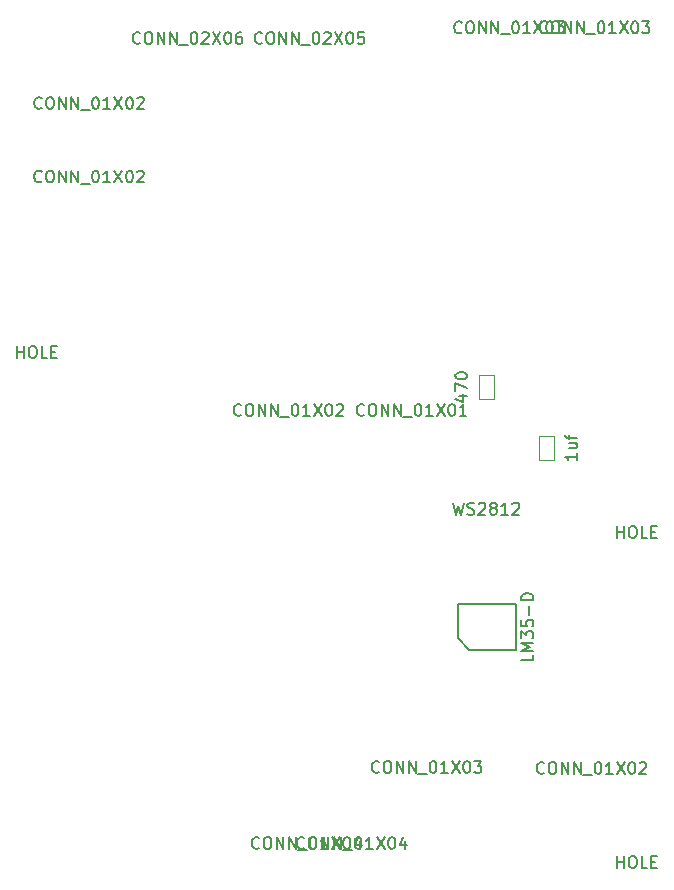
<source format=gbr>
G04 #@! TF.GenerationSoftware,KiCad,Pcbnew,5.0.0-rc2*
G04 #@! TF.CreationDate,2018-11-29T01:26:55-05:00*
G04 #@! TF.ProjectId,uno,756E6F2E6B696361645F706362000000,v1.0*
G04 #@! TF.SameCoordinates,Original*
G04 #@! TF.FileFunction,Other,Fab,Top*
%FSLAX46Y46*%
G04 Gerber Fmt 4.6, Leading zero omitted, Abs format (unit mm)*
G04 Created by KiCad (PCBNEW 5.0.0-rc2) date Thu Nov 29 01:26:55 2018*
%MOMM*%
%LPD*%
G01*
G04 APERTURE LIST*
%ADD10C,0.150000*%
%ADD11C,0.100000*%
G04 APERTURE END LIST*
D10*
G04 #@! TO.C,U6*
X71210000Y-87310000D02*
X71210000Y-84410000D01*
X71210000Y-84410000D02*
X76110000Y-84410000D01*
X76110000Y-84410000D02*
X76110000Y-88310000D01*
X76110000Y-88310000D02*
X72210000Y-88310000D01*
X72210000Y-88310000D02*
X71210000Y-87310000D01*
D11*
G04 #@! TO.C,C1*
X78115000Y-72200000D02*
X78115000Y-70200000D01*
X78115000Y-70200000D02*
X79365000Y-70200000D01*
X79365000Y-70200000D02*
X79365000Y-72200000D01*
X79365000Y-72200000D02*
X78115000Y-72200000D01*
G04 #@! TO.C,R1*
X73035000Y-65040000D02*
X74285000Y-65040000D01*
X73035000Y-67040000D02*
X73035000Y-65040000D01*
X74285000Y-67040000D02*
X73035000Y-67040000D01*
X74285000Y-65040000D02*
X74285000Y-67040000D01*
G04 #@! TD*
G04 #@! TO.C,U2*
D10*
X84693333Y-106751380D02*
X84693333Y-105751380D01*
X84693333Y-106227571D02*
X85264761Y-106227571D01*
X85264761Y-106751380D02*
X85264761Y-105751380D01*
X85931428Y-105751380D02*
X86121904Y-105751380D01*
X86217142Y-105799000D01*
X86312380Y-105894238D01*
X86359999Y-106084714D01*
X86359999Y-106418047D01*
X86312380Y-106608523D01*
X86217142Y-106703761D01*
X86121904Y-106751380D01*
X85931428Y-106751380D01*
X85836190Y-106703761D01*
X85740952Y-106608523D01*
X85693333Y-106418047D01*
X85693333Y-106084714D01*
X85740952Y-105894238D01*
X85836190Y-105799000D01*
X85931428Y-105751380D01*
X87264761Y-106751380D02*
X86788571Y-106751380D01*
X86788571Y-105751380D01*
X87598095Y-106227571D02*
X87931428Y-106227571D01*
X88074285Y-106751380D02*
X87598095Y-106751380D01*
X87598095Y-105751380D01*
X88074285Y-105751380D01*
G04 #@! TO.C,U3*
X33893333Y-63571380D02*
X33893333Y-62571380D01*
X33893333Y-63047571D02*
X34464761Y-63047571D01*
X34464761Y-63571380D02*
X34464761Y-62571380D01*
X35131428Y-62571380D02*
X35321904Y-62571380D01*
X35417142Y-62619000D01*
X35512380Y-62714238D01*
X35560000Y-62904714D01*
X35560000Y-63238047D01*
X35512380Y-63428523D01*
X35417142Y-63523761D01*
X35321904Y-63571380D01*
X35131428Y-63571380D01*
X35036190Y-63523761D01*
X34940952Y-63428523D01*
X34893333Y-63238047D01*
X34893333Y-62904714D01*
X34940952Y-62714238D01*
X35036190Y-62619000D01*
X35131428Y-62571380D01*
X36464761Y-63571380D02*
X35988571Y-63571380D01*
X35988571Y-62571380D01*
X36798095Y-63047571D02*
X37131428Y-63047571D01*
X37274285Y-63571380D02*
X36798095Y-63571380D01*
X36798095Y-62571380D01*
X37274285Y-62571380D01*
G04 #@! TO.C,U4*
X84693333Y-78811380D02*
X84693333Y-77811380D01*
X84693333Y-78287571D02*
X85264761Y-78287571D01*
X85264761Y-78811380D02*
X85264761Y-77811380D01*
X85931428Y-77811380D02*
X86121904Y-77811380D01*
X86217142Y-77859000D01*
X86312380Y-77954238D01*
X86359999Y-78144714D01*
X86359999Y-78478047D01*
X86312380Y-78668523D01*
X86217142Y-78763761D01*
X86121904Y-78811380D01*
X85931428Y-78811380D01*
X85836190Y-78763761D01*
X85740952Y-78668523D01*
X85693333Y-78478047D01*
X85693333Y-78144714D01*
X85740952Y-77954238D01*
X85836190Y-77859000D01*
X85931428Y-77811380D01*
X87264761Y-78811380D02*
X86788571Y-78811380D01*
X86788571Y-77811380D01*
X87598095Y-78287571D02*
X87931428Y-78287571D01*
X88074285Y-78811380D02*
X87598095Y-78811380D01*
X87598095Y-77811380D01*
X88074285Y-77811380D01*
G04 #@! TO.C,LED1*
X70850476Y-75842380D02*
X71088571Y-76842380D01*
X71279047Y-76128095D01*
X71469523Y-76842380D01*
X71707619Y-75842380D01*
X72040952Y-76794761D02*
X72183809Y-76842380D01*
X72421904Y-76842380D01*
X72517142Y-76794761D01*
X72564761Y-76747142D01*
X72612380Y-76651904D01*
X72612380Y-76556666D01*
X72564761Y-76461428D01*
X72517142Y-76413809D01*
X72421904Y-76366190D01*
X72231428Y-76318571D01*
X72136190Y-76270952D01*
X72088571Y-76223333D01*
X72040952Y-76128095D01*
X72040952Y-76032857D01*
X72088571Y-75937619D01*
X72136190Y-75890000D01*
X72231428Y-75842380D01*
X72469523Y-75842380D01*
X72612380Y-75890000D01*
X72993333Y-75937619D02*
X73040952Y-75890000D01*
X73136190Y-75842380D01*
X73374285Y-75842380D01*
X73469523Y-75890000D01*
X73517142Y-75937619D01*
X73564761Y-76032857D01*
X73564761Y-76128095D01*
X73517142Y-76270952D01*
X72945714Y-76842380D01*
X73564761Y-76842380D01*
X74136190Y-76270952D02*
X74040952Y-76223333D01*
X73993333Y-76175714D01*
X73945714Y-76080476D01*
X73945714Y-76032857D01*
X73993333Y-75937619D01*
X74040952Y-75890000D01*
X74136190Y-75842380D01*
X74326666Y-75842380D01*
X74421904Y-75890000D01*
X74469523Y-75937619D01*
X74517142Y-76032857D01*
X74517142Y-76080476D01*
X74469523Y-76175714D01*
X74421904Y-76223333D01*
X74326666Y-76270952D01*
X74136190Y-76270952D01*
X74040952Y-76318571D01*
X73993333Y-76366190D01*
X73945714Y-76461428D01*
X73945714Y-76651904D01*
X73993333Y-76747142D01*
X74040952Y-76794761D01*
X74136190Y-76842380D01*
X74326666Y-76842380D01*
X74421904Y-76794761D01*
X74469523Y-76747142D01*
X74517142Y-76651904D01*
X74517142Y-76461428D01*
X74469523Y-76366190D01*
X74421904Y-76318571D01*
X74326666Y-76270952D01*
X75469523Y-76842380D02*
X74898095Y-76842380D01*
X75183809Y-76842380D02*
X75183809Y-75842380D01*
X75088571Y-75985238D01*
X74993333Y-76080476D01*
X74898095Y-76128095D01*
X75850476Y-75937619D02*
X75898095Y-75890000D01*
X75993333Y-75842380D01*
X76231428Y-75842380D01*
X76326666Y-75890000D01*
X76374285Y-75937619D01*
X76421904Y-76032857D01*
X76421904Y-76128095D01*
X76374285Y-76270952D01*
X75802857Y-76842380D01*
X76421904Y-76842380D01*
G04 #@! TO.C,P1*
X54396190Y-105057142D02*
X54348571Y-105104761D01*
X54205714Y-105152380D01*
X54110476Y-105152380D01*
X53967619Y-105104761D01*
X53872380Y-105009523D01*
X53824761Y-104914285D01*
X53777142Y-104723809D01*
X53777142Y-104580952D01*
X53824761Y-104390476D01*
X53872380Y-104295238D01*
X53967619Y-104200000D01*
X54110476Y-104152380D01*
X54205714Y-104152380D01*
X54348571Y-104200000D01*
X54396190Y-104247619D01*
X55015238Y-104152380D02*
X55205714Y-104152380D01*
X55300952Y-104200000D01*
X55396190Y-104295238D01*
X55443809Y-104485714D01*
X55443809Y-104819047D01*
X55396190Y-105009523D01*
X55300952Y-105104761D01*
X55205714Y-105152380D01*
X55015238Y-105152380D01*
X54919999Y-105104761D01*
X54824761Y-105009523D01*
X54777142Y-104819047D01*
X54777142Y-104485714D01*
X54824761Y-104295238D01*
X54919999Y-104200000D01*
X55015238Y-104152380D01*
X55872380Y-105152380D02*
X55872380Y-104152380D01*
X56443809Y-105152380D01*
X56443809Y-104152380D01*
X56919999Y-105152380D02*
X56919999Y-104152380D01*
X57491428Y-105152380D01*
X57491428Y-104152380D01*
X57729523Y-105247619D02*
X58491428Y-105247619D01*
X58919999Y-104152380D02*
X59015238Y-104152380D01*
X59110476Y-104200000D01*
X59158095Y-104247619D01*
X59205714Y-104342857D01*
X59253333Y-104533333D01*
X59253333Y-104771428D01*
X59205714Y-104961904D01*
X59158095Y-105057142D01*
X59110476Y-105104761D01*
X59015238Y-105152380D01*
X58919999Y-105152380D01*
X58824761Y-105104761D01*
X58777142Y-105057142D01*
X58729523Y-104961904D01*
X58681904Y-104771428D01*
X58681904Y-104533333D01*
X58729523Y-104342857D01*
X58777142Y-104247619D01*
X58824761Y-104200000D01*
X58919999Y-104152380D01*
X60205714Y-105152380D02*
X59634285Y-105152380D01*
X59919999Y-105152380D02*
X59919999Y-104152380D01*
X59824761Y-104295238D01*
X59729523Y-104390476D01*
X59634285Y-104438095D01*
X60539047Y-104152380D02*
X61205714Y-105152380D01*
X61205714Y-104152380D02*
X60539047Y-105152380D01*
X61777142Y-104152380D02*
X61872380Y-104152380D01*
X61967619Y-104200000D01*
X62015238Y-104247619D01*
X62062857Y-104342857D01*
X62110476Y-104533333D01*
X62110476Y-104771428D01*
X62062857Y-104961904D01*
X62015238Y-105057142D01*
X61967619Y-105104761D01*
X61872380Y-105152380D01*
X61777142Y-105152380D01*
X61681904Y-105104761D01*
X61634285Y-105057142D01*
X61586666Y-104961904D01*
X61539047Y-104771428D01*
X61539047Y-104533333D01*
X61586666Y-104342857D01*
X61634285Y-104247619D01*
X61681904Y-104200000D01*
X61777142Y-104152380D01*
X62967619Y-104485714D02*
X62967619Y-105152380D01*
X62729523Y-104104761D02*
X62491428Y-104819047D01*
X63110476Y-104819047D01*
G04 #@! TO.C,P2*
X54638523Y-36896642D02*
X54590904Y-36944261D01*
X54448047Y-36991880D01*
X54352809Y-36991880D01*
X54209952Y-36944261D01*
X54114713Y-36849023D01*
X54067094Y-36753785D01*
X54019475Y-36563309D01*
X54019475Y-36420452D01*
X54067094Y-36229976D01*
X54114713Y-36134738D01*
X54209952Y-36039500D01*
X54352809Y-35991880D01*
X54448047Y-35991880D01*
X54590904Y-36039500D01*
X54638523Y-36087119D01*
X55257571Y-35991880D02*
X55448047Y-35991880D01*
X55543285Y-36039500D01*
X55638523Y-36134738D01*
X55686142Y-36325214D01*
X55686142Y-36658547D01*
X55638523Y-36849023D01*
X55543285Y-36944261D01*
X55448047Y-36991880D01*
X55257571Y-36991880D01*
X55162332Y-36944261D01*
X55067094Y-36849023D01*
X55019475Y-36658547D01*
X55019475Y-36325214D01*
X55067094Y-36134738D01*
X55162332Y-36039500D01*
X55257571Y-35991880D01*
X56114713Y-36991880D02*
X56114713Y-35991880D01*
X56686142Y-36991880D01*
X56686142Y-35991880D01*
X57162332Y-36991880D02*
X57162332Y-35991880D01*
X57733761Y-36991880D01*
X57733761Y-35991880D01*
X57971856Y-37087119D02*
X58733761Y-37087119D01*
X59162332Y-35991880D02*
X59257571Y-35991880D01*
X59352809Y-36039500D01*
X59400428Y-36087119D01*
X59448047Y-36182357D01*
X59495666Y-36372833D01*
X59495666Y-36610928D01*
X59448047Y-36801404D01*
X59400428Y-36896642D01*
X59352809Y-36944261D01*
X59257571Y-36991880D01*
X59162332Y-36991880D01*
X59067094Y-36944261D01*
X59019475Y-36896642D01*
X58971856Y-36801404D01*
X58924237Y-36610928D01*
X58924237Y-36372833D01*
X58971856Y-36182357D01*
X59019475Y-36087119D01*
X59067094Y-36039500D01*
X59162332Y-35991880D01*
X59876618Y-36087119D02*
X59924237Y-36039500D01*
X60019475Y-35991880D01*
X60257571Y-35991880D01*
X60352809Y-36039500D01*
X60400428Y-36087119D01*
X60448047Y-36182357D01*
X60448047Y-36277595D01*
X60400428Y-36420452D01*
X59828999Y-36991880D01*
X60448047Y-36991880D01*
X60781380Y-35991880D02*
X61448047Y-36991880D01*
X61448047Y-35991880D02*
X60781380Y-36991880D01*
X62019475Y-35991880D02*
X62114713Y-35991880D01*
X62209952Y-36039500D01*
X62257571Y-36087119D01*
X62305190Y-36182357D01*
X62352809Y-36372833D01*
X62352809Y-36610928D01*
X62305190Y-36801404D01*
X62257571Y-36896642D01*
X62209952Y-36944261D01*
X62114713Y-36991880D01*
X62019475Y-36991880D01*
X61924237Y-36944261D01*
X61876618Y-36896642D01*
X61828999Y-36801404D01*
X61781380Y-36610928D01*
X61781380Y-36372833D01*
X61828999Y-36182357D01*
X61876618Y-36087119D01*
X61924237Y-36039500D01*
X62019475Y-35991880D01*
X63257571Y-35991880D02*
X62781380Y-35991880D01*
X62733761Y-36468071D01*
X62781380Y-36420452D01*
X62876618Y-36372833D01*
X63114713Y-36372833D01*
X63209952Y-36420452D01*
X63257571Y-36468071D01*
X63305190Y-36563309D01*
X63305190Y-36801404D01*
X63257571Y-36896642D01*
X63209952Y-36944261D01*
X63114713Y-36991880D01*
X62876618Y-36991880D01*
X62781380Y-36944261D01*
X62733761Y-36896642D01*
G04 #@! TO.C,P3*
X35981190Y-48617142D02*
X35933571Y-48664761D01*
X35790714Y-48712380D01*
X35695476Y-48712380D01*
X35552619Y-48664761D01*
X35457380Y-48569523D01*
X35409761Y-48474285D01*
X35362142Y-48283809D01*
X35362142Y-48140952D01*
X35409761Y-47950476D01*
X35457380Y-47855238D01*
X35552619Y-47760000D01*
X35695476Y-47712380D01*
X35790714Y-47712380D01*
X35933571Y-47760000D01*
X35981190Y-47807619D01*
X36600238Y-47712380D02*
X36790714Y-47712380D01*
X36885952Y-47760000D01*
X36981190Y-47855238D01*
X37028809Y-48045714D01*
X37028809Y-48379047D01*
X36981190Y-48569523D01*
X36885952Y-48664761D01*
X36790714Y-48712380D01*
X36600238Y-48712380D01*
X36504999Y-48664761D01*
X36409761Y-48569523D01*
X36362142Y-48379047D01*
X36362142Y-48045714D01*
X36409761Y-47855238D01*
X36504999Y-47760000D01*
X36600238Y-47712380D01*
X37457380Y-48712380D02*
X37457380Y-47712380D01*
X38028809Y-48712380D01*
X38028809Y-47712380D01*
X38504999Y-48712380D02*
X38504999Y-47712380D01*
X39076428Y-48712380D01*
X39076428Y-47712380D01*
X39314523Y-48807619D02*
X40076428Y-48807619D01*
X40504999Y-47712380D02*
X40600238Y-47712380D01*
X40695476Y-47760000D01*
X40743095Y-47807619D01*
X40790714Y-47902857D01*
X40838333Y-48093333D01*
X40838333Y-48331428D01*
X40790714Y-48521904D01*
X40743095Y-48617142D01*
X40695476Y-48664761D01*
X40600238Y-48712380D01*
X40504999Y-48712380D01*
X40409761Y-48664761D01*
X40362142Y-48617142D01*
X40314523Y-48521904D01*
X40266904Y-48331428D01*
X40266904Y-48093333D01*
X40314523Y-47902857D01*
X40362142Y-47807619D01*
X40409761Y-47760000D01*
X40504999Y-47712380D01*
X41790714Y-48712380D02*
X41219285Y-48712380D01*
X41504999Y-48712380D02*
X41504999Y-47712380D01*
X41409761Y-47855238D01*
X41314523Y-47950476D01*
X41219285Y-47998095D01*
X42124047Y-47712380D02*
X42790714Y-48712380D01*
X42790714Y-47712380D02*
X42124047Y-48712380D01*
X43362142Y-47712380D02*
X43457380Y-47712380D01*
X43552619Y-47760000D01*
X43600238Y-47807619D01*
X43647857Y-47902857D01*
X43695476Y-48093333D01*
X43695476Y-48331428D01*
X43647857Y-48521904D01*
X43600238Y-48617142D01*
X43552619Y-48664761D01*
X43457380Y-48712380D01*
X43362142Y-48712380D01*
X43266904Y-48664761D01*
X43219285Y-48617142D01*
X43171666Y-48521904D01*
X43124047Y-48331428D01*
X43124047Y-48093333D01*
X43171666Y-47902857D01*
X43219285Y-47807619D01*
X43266904Y-47760000D01*
X43362142Y-47712380D01*
X44076428Y-47807619D02*
X44124047Y-47760000D01*
X44219285Y-47712380D01*
X44457380Y-47712380D01*
X44552619Y-47760000D01*
X44600238Y-47807619D01*
X44647857Y-47902857D01*
X44647857Y-47998095D01*
X44600238Y-48140952D01*
X44028809Y-48712380D01*
X44647857Y-48712380D01*
G04 #@! TO.C,P4*
X35981190Y-42395642D02*
X35933571Y-42443261D01*
X35790714Y-42490880D01*
X35695476Y-42490880D01*
X35552619Y-42443261D01*
X35457380Y-42348023D01*
X35409761Y-42252785D01*
X35362142Y-42062309D01*
X35362142Y-41919452D01*
X35409761Y-41728976D01*
X35457380Y-41633738D01*
X35552619Y-41538500D01*
X35695476Y-41490880D01*
X35790714Y-41490880D01*
X35933571Y-41538500D01*
X35981190Y-41586119D01*
X36600238Y-41490880D02*
X36790714Y-41490880D01*
X36885952Y-41538500D01*
X36981190Y-41633738D01*
X37028809Y-41824214D01*
X37028809Y-42157547D01*
X36981190Y-42348023D01*
X36885952Y-42443261D01*
X36790714Y-42490880D01*
X36600238Y-42490880D01*
X36504999Y-42443261D01*
X36409761Y-42348023D01*
X36362142Y-42157547D01*
X36362142Y-41824214D01*
X36409761Y-41633738D01*
X36504999Y-41538500D01*
X36600238Y-41490880D01*
X37457380Y-42490880D02*
X37457380Y-41490880D01*
X38028809Y-42490880D01*
X38028809Y-41490880D01*
X38504999Y-42490880D02*
X38504999Y-41490880D01*
X39076428Y-42490880D01*
X39076428Y-41490880D01*
X39314523Y-42586119D02*
X40076428Y-42586119D01*
X40504999Y-41490880D02*
X40600238Y-41490880D01*
X40695476Y-41538500D01*
X40743095Y-41586119D01*
X40790714Y-41681357D01*
X40838333Y-41871833D01*
X40838333Y-42109928D01*
X40790714Y-42300404D01*
X40743095Y-42395642D01*
X40695476Y-42443261D01*
X40600238Y-42490880D01*
X40504999Y-42490880D01*
X40409761Y-42443261D01*
X40362142Y-42395642D01*
X40314523Y-42300404D01*
X40266904Y-42109928D01*
X40266904Y-41871833D01*
X40314523Y-41681357D01*
X40362142Y-41586119D01*
X40409761Y-41538500D01*
X40504999Y-41490880D01*
X41790714Y-42490880D02*
X41219285Y-42490880D01*
X41504999Y-42490880D02*
X41504999Y-41490880D01*
X41409761Y-41633738D01*
X41314523Y-41728976D01*
X41219285Y-41776595D01*
X42124047Y-41490880D02*
X42790714Y-42490880D01*
X42790714Y-41490880D02*
X42124047Y-42490880D01*
X43362142Y-41490880D02*
X43457380Y-41490880D01*
X43552619Y-41538500D01*
X43600238Y-41586119D01*
X43647857Y-41681357D01*
X43695476Y-41871833D01*
X43695476Y-42109928D01*
X43647857Y-42300404D01*
X43600238Y-42395642D01*
X43552619Y-42443261D01*
X43457380Y-42490880D01*
X43362142Y-42490880D01*
X43266904Y-42443261D01*
X43219285Y-42395642D01*
X43171666Y-42300404D01*
X43124047Y-42109928D01*
X43124047Y-41871833D01*
X43171666Y-41681357D01*
X43219285Y-41586119D01*
X43266904Y-41538500D01*
X43362142Y-41490880D01*
X44076428Y-41586119D02*
X44124047Y-41538500D01*
X44219285Y-41490880D01*
X44457380Y-41490880D01*
X44552619Y-41538500D01*
X44600238Y-41586119D01*
X44647857Y-41681357D01*
X44647857Y-41776595D01*
X44600238Y-41919452D01*
X44028809Y-42490880D01*
X44647857Y-42490880D01*
G04 #@! TO.C,P5*
X58206190Y-105057142D02*
X58158571Y-105104761D01*
X58015714Y-105152380D01*
X57920476Y-105152380D01*
X57777619Y-105104761D01*
X57682380Y-105009523D01*
X57634761Y-104914285D01*
X57587142Y-104723809D01*
X57587142Y-104580952D01*
X57634761Y-104390476D01*
X57682380Y-104295238D01*
X57777619Y-104200000D01*
X57920476Y-104152380D01*
X58015714Y-104152380D01*
X58158571Y-104200000D01*
X58206190Y-104247619D01*
X58825238Y-104152380D02*
X59015714Y-104152380D01*
X59110952Y-104200000D01*
X59206190Y-104295238D01*
X59253809Y-104485714D01*
X59253809Y-104819047D01*
X59206190Y-105009523D01*
X59110952Y-105104761D01*
X59015714Y-105152380D01*
X58825238Y-105152380D01*
X58729999Y-105104761D01*
X58634761Y-105009523D01*
X58587142Y-104819047D01*
X58587142Y-104485714D01*
X58634761Y-104295238D01*
X58729999Y-104200000D01*
X58825238Y-104152380D01*
X59682380Y-105152380D02*
X59682380Y-104152380D01*
X60253809Y-105152380D01*
X60253809Y-104152380D01*
X60729999Y-105152380D02*
X60729999Y-104152380D01*
X61301428Y-105152380D01*
X61301428Y-104152380D01*
X61539523Y-105247619D02*
X62301428Y-105247619D01*
X62729999Y-104152380D02*
X62825238Y-104152380D01*
X62920476Y-104200000D01*
X62968095Y-104247619D01*
X63015714Y-104342857D01*
X63063333Y-104533333D01*
X63063333Y-104771428D01*
X63015714Y-104961904D01*
X62968095Y-105057142D01*
X62920476Y-105104761D01*
X62825238Y-105152380D01*
X62729999Y-105152380D01*
X62634761Y-105104761D01*
X62587142Y-105057142D01*
X62539523Y-104961904D01*
X62491904Y-104771428D01*
X62491904Y-104533333D01*
X62539523Y-104342857D01*
X62587142Y-104247619D01*
X62634761Y-104200000D01*
X62729999Y-104152380D01*
X64015714Y-105152380D02*
X63444285Y-105152380D01*
X63729999Y-105152380D02*
X63729999Y-104152380D01*
X63634761Y-104295238D01*
X63539523Y-104390476D01*
X63444285Y-104438095D01*
X64349047Y-104152380D02*
X65015714Y-105152380D01*
X65015714Y-104152380D02*
X64349047Y-105152380D01*
X65587142Y-104152380D02*
X65682380Y-104152380D01*
X65777619Y-104200000D01*
X65825238Y-104247619D01*
X65872857Y-104342857D01*
X65920476Y-104533333D01*
X65920476Y-104771428D01*
X65872857Y-104961904D01*
X65825238Y-105057142D01*
X65777619Y-105104761D01*
X65682380Y-105152380D01*
X65587142Y-105152380D01*
X65491904Y-105104761D01*
X65444285Y-105057142D01*
X65396666Y-104961904D01*
X65349047Y-104771428D01*
X65349047Y-104533333D01*
X65396666Y-104342857D01*
X65444285Y-104247619D01*
X65491904Y-104200000D01*
X65587142Y-104152380D01*
X66777619Y-104485714D02*
X66777619Y-105152380D01*
X66539523Y-104104761D02*
X66301428Y-104819047D01*
X66920476Y-104819047D01*
G04 #@! TO.C,P6*
X63286190Y-68377142D02*
X63238571Y-68424761D01*
X63095714Y-68472380D01*
X63000476Y-68472380D01*
X62857619Y-68424761D01*
X62762380Y-68329523D01*
X62714761Y-68234285D01*
X62667142Y-68043809D01*
X62667142Y-67900952D01*
X62714761Y-67710476D01*
X62762380Y-67615238D01*
X62857619Y-67520000D01*
X63000476Y-67472380D01*
X63095714Y-67472380D01*
X63238571Y-67520000D01*
X63286190Y-67567619D01*
X63905238Y-67472380D02*
X64095714Y-67472380D01*
X64190952Y-67520000D01*
X64286190Y-67615238D01*
X64333809Y-67805714D01*
X64333809Y-68139047D01*
X64286190Y-68329523D01*
X64190952Y-68424761D01*
X64095714Y-68472380D01*
X63905238Y-68472380D01*
X63809999Y-68424761D01*
X63714761Y-68329523D01*
X63667142Y-68139047D01*
X63667142Y-67805714D01*
X63714761Y-67615238D01*
X63809999Y-67520000D01*
X63905238Y-67472380D01*
X64762380Y-68472380D02*
X64762380Y-67472380D01*
X65333809Y-68472380D01*
X65333809Y-67472380D01*
X65809999Y-68472380D02*
X65809999Y-67472380D01*
X66381428Y-68472380D01*
X66381428Y-67472380D01*
X66619523Y-68567619D02*
X67381428Y-68567619D01*
X67809999Y-67472380D02*
X67905238Y-67472380D01*
X68000476Y-67520000D01*
X68048095Y-67567619D01*
X68095714Y-67662857D01*
X68143333Y-67853333D01*
X68143333Y-68091428D01*
X68095714Y-68281904D01*
X68048095Y-68377142D01*
X68000476Y-68424761D01*
X67905238Y-68472380D01*
X67809999Y-68472380D01*
X67714761Y-68424761D01*
X67667142Y-68377142D01*
X67619523Y-68281904D01*
X67571904Y-68091428D01*
X67571904Y-67853333D01*
X67619523Y-67662857D01*
X67667142Y-67567619D01*
X67714761Y-67520000D01*
X67809999Y-67472380D01*
X69095714Y-68472380D02*
X68524285Y-68472380D01*
X68809999Y-68472380D02*
X68809999Y-67472380D01*
X68714761Y-67615238D01*
X68619523Y-67710476D01*
X68524285Y-67758095D01*
X69429047Y-67472380D02*
X70095714Y-68472380D01*
X70095714Y-67472380D02*
X69429047Y-68472380D01*
X70667142Y-67472380D02*
X70762380Y-67472380D01*
X70857619Y-67520000D01*
X70905238Y-67567619D01*
X70952857Y-67662857D01*
X71000476Y-67853333D01*
X71000476Y-68091428D01*
X70952857Y-68281904D01*
X70905238Y-68377142D01*
X70857619Y-68424761D01*
X70762380Y-68472380D01*
X70667142Y-68472380D01*
X70571904Y-68424761D01*
X70524285Y-68377142D01*
X70476666Y-68281904D01*
X70429047Y-68091428D01*
X70429047Y-67853333D01*
X70476666Y-67662857D01*
X70524285Y-67567619D01*
X70571904Y-67520000D01*
X70667142Y-67472380D01*
X71952857Y-68472380D02*
X71381428Y-68472380D01*
X71667142Y-68472380D02*
X71667142Y-67472380D01*
X71571904Y-67615238D01*
X71476666Y-67710476D01*
X71381428Y-67758095D01*
G04 #@! TO.C,P7*
X44318523Y-36896642D02*
X44270904Y-36944261D01*
X44128047Y-36991880D01*
X44032809Y-36991880D01*
X43889952Y-36944261D01*
X43794713Y-36849023D01*
X43747094Y-36753785D01*
X43699475Y-36563309D01*
X43699475Y-36420452D01*
X43747094Y-36229976D01*
X43794713Y-36134738D01*
X43889952Y-36039500D01*
X44032809Y-35991880D01*
X44128047Y-35991880D01*
X44270904Y-36039500D01*
X44318523Y-36087119D01*
X44937571Y-35991880D02*
X45128047Y-35991880D01*
X45223285Y-36039500D01*
X45318523Y-36134738D01*
X45366142Y-36325214D01*
X45366142Y-36658547D01*
X45318523Y-36849023D01*
X45223285Y-36944261D01*
X45128047Y-36991880D01*
X44937571Y-36991880D01*
X44842332Y-36944261D01*
X44747094Y-36849023D01*
X44699475Y-36658547D01*
X44699475Y-36325214D01*
X44747094Y-36134738D01*
X44842332Y-36039500D01*
X44937571Y-35991880D01*
X45794713Y-36991880D02*
X45794713Y-35991880D01*
X46366142Y-36991880D01*
X46366142Y-35991880D01*
X46842332Y-36991880D02*
X46842332Y-35991880D01*
X47413761Y-36991880D01*
X47413761Y-35991880D01*
X47651856Y-37087119D02*
X48413761Y-37087119D01*
X48842332Y-35991880D02*
X48937571Y-35991880D01*
X49032809Y-36039500D01*
X49080428Y-36087119D01*
X49128047Y-36182357D01*
X49175666Y-36372833D01*
X49175666Y-36610928D01*
X49128047Y-36801404D01*
X49080428Y-36896642D01*
X49032809Y-36944261D01*
X48937571Y-36991880D01*
X48842332Y-36991880D01*
X48747094Y-36944261D01*
X48699475Y-36896642D01*
X48651856Y-36801404D01*
X48604237Y-36610928D01*
X48604237Y-36372833D01*
X48651856Y-36182357D01*
X48699475Y-36087119D01*
X48747094Y-36039500D01*
X48842332Y-35991880D01*
X49556618Y-36087119D02*
X49604237Y-36039500D01*
X49699475Y-35991880D01*
X49937571Y-35991880D01*
X50032809Y-36039500D01*
X50080428Y-36087119D01*
X50128047Y-36182357D01*
X50128047Y-36277595D01*
X50080428Y-36420452D01*
X49508999Y-36991880D01*
X50128047Y-36991880D01*
X50461380Y-35991880D02*
X51128047Y-36991880D01*
X51128047Y-35991880D02*
X50461380Y-36991880D01*
X51699475Y-35991880D02*
X51794713Y-35991880D01*
X51889952Y-36039500D01*
X51937571Y-36087119D01*
X51985190Y-36182357D01*
X52032809Y-36372833D01*
X52032809Y-36610928D01*
X51985190Y-36801404D01*
X51937571Y-36896642D01*
X51889952Y-36944261D01*
X51794713Y-36991880D01*
X51699475Y-36991880D01*
X51604237Y-36944261D01*
X51556618Y-36896642D01*
X51508999Y-36801404D01*
X51461380Y-36610928D01*
X51461380Y-36372833D01*
X51508999Y-36182357D01*
X51556618Y-36087119D01*
X51604237Y-36039500D01*
X51699475Y-35991880D01*
X52889952Y-35991880D02*
X52699475Y-35991880D01*
X52604237Y-36039500D01*
X52556618Y-36087119D01*
X52461380Y-36229976D01*
X52413761Y-36420452D01*
X52413761Y-36801404D01*
X52461380Y-36896642D01*
X52508999Y-36944261D01*
X52604237Y-36991880D01*
X52794713Y-36991880D01*
X52889952Y-36944261D01*
X52937571Y-36896642D01*
X52985190Y-36801404D01*
X52985190Y-36563309D01*
X52937571Y-36468071D01*
X52889952Y-36420452D01*
X52794713Y-36372833D01*
X52604237Y-36372833D01*
X52508999Y-36420452D01*
X52461380Y-36468071D01*
X52413761Y-36563309D01*
G04 #@! TO.C,P8*
X71541190Y-35992142D02*
X71493571Y-36039761D01*
X71350714Y-36087380D01*
X71255476Y-36087380D01*
X71112619Y-36039761D01*
X71017380Y-35944523D01*
X70969761Y-35849285D01*
X70922142Y-35658809D01*
X70922142Y-35515952D01*
X70969761Y-35325476D01*
X71017380Y-35230238D01*
X71112619Y-35135000D01*
X71255476Y-35087380D01*
X71350714Y-35087380D01*
X71493571Y-35135000D01*
X71541190Y-35182619D01*
X72160238Y-35087380D02*
X72350714Y-35087380D01*
X72445952Y-35135000D01*
X72541190Y-35230238D01*
X72588809Y-35420714D01*
X72588809Y-35754047D01*
X72541190Y-35944523D01*
X72445952Y-36039761D01*
X72350714Y-36087380D01*
X72160238Y-36087380D01*
X72065000Y-36039761D01*
X71969761Y-35944523D01*
X71922142Y-35754047D01*
X71922142Y-35420714D01*
X71969761Y-35230238D01*
X72065000Y-35135000D01*
X72160238Y-35087380D01*
X73017380Y-36087380D02*
X73017380Y-35087380D01*
X73588809Y-36087380D01*
X73588809Y-35087380D01*
X74065000Y-36087380D02*
X74065000Y-35087380D01*
X74636428Y-36087380D01*
X74636428Y-35087380D01*
X74874523Y-36182619D02*
X75636428Y-36182619D01*
X76065000Y-35087380D02*
X76160238Y-35087380D01*
X76255476Y-35135000D01*
X76303095Y-35182619D01*
X76350714Y-35277857D01*
X76398333Y-35468333D01*
X76398333Y-35706428D01*
X76350714Y-35896904D01*
X76303095Y-35992142D01*
X76255476Y-36039761D01*
X76160238Y-36087380D01*
X76065000Y-36087380D01*
X75969761Y-36039761D01*
X75922142Y-35992142D01*
X75874523Y-35896904D01*
X75826904Y-35706428D01*
X75826904Y-35468333D01*
X75874523Y-35277857D01*
X75922142Y-35182619D01*
X75969761Y-35135000D01*
X76065000Y-35087380D01*
X77350714Y-36087380D02*
X76779285Y-36087380D01*
X77065000Y-36087380D02*
X77065000Y-35087380D01*
X76969761Y-35230238D01*
X76874523Y-35325476D01*
X76779285Y-35373095D01*
X77684047Y-35087380D02*
X78350714Y-36087380D01*
X78350714Y-35087380D02*
X77684047Y-36087380D01*
X78922142Y-35087380D02*
X79017380Y-35087380D01*
X79112619Y-35135000D01*
X79160238Y-35182619D01*
X79207857Y-35277857D01*
X79255476Y-35468333D01*
X79255476Y-35706428D01*
X79207857Y-35896904D01*
X79160238Y-35992142D01*
X79112619Y-36039761D01*
X79017380Y-36087380D01*
X78922142Y-36087380D01*
X78826904Y-36039761D01*
X78779285Y-35992142D01*
X78731666Y-35896904D01*
X78684047Y-35706428D01*
X78684047Y-35468333D01*
X78731666Y-35277857D01*
X78779285Y-35182619D01*
X78826904Y-35135000D01*
X78922142Y-35087380D01*
X79588809Y-35087380D02*
X80207857Y-35087380D01*
X79874523Y-35468333D01*
X80017380Y-35468333D01*
X80112619Y-35515952D01*
X80160238Y-35563571D01*
X80207857Y-35658809D01*
X80207857Y-35896904D01*
X80160238Y-35992142D01*
X80112619Y-36039761D01*
X80017380Y-36087380D01*
X79731666Y-36087380D01*
X79636428Y-36039761D01*
X79588809Y-35992142D01*
G04 #@! TO.C,P9*
X78780190Y-35992142D02*
X78732571Y-36039761D01*
X78589714Y-36087380D01*
X78494476Y-36087380D01*
X78351619Y-36039761D01*
X78256380Y-35944523D01*
X78208761Y-35849285D01*
X78161142Y-35658809D01*
X78161142Y-35515952D01*
X78208761Y-35325476D01*
X78256380Y-35230238D01*
X78351619Y-35135000D01*
X78494476Y-35087380D01*
X78589714Y-35087380D01*
X78732571Y-35135000D01*
X78780190Y-35182619D01*
X79399238Y-35087380D02*
X79589714Y-35087380D01*
X79684952Y-35135000D01*
X79780190Y-35230238D01*
X79827809Y-35420714D01*
X79827809Y-35754047D01*
X79780190Y-35944523D01*
X79684952Y-36039761D01*
X79589714Y-36087380D01*
X79399238Y-36087380D01*
X79304000Y-36039761D01*
X79208761Y-35944523D01*
X79161142Y-35754047D01*
X79161142Y-35420714D01*
X79208761Y-35230238D01*
X79304000Y-35135000D01*
X79399238Y-35087380D01*
X80256380Y-36087380D02*
X80256380Y-35087380D01*
X80827809Y-36087380D01*
X80827809Y-35087380D01*
X81304000Y-36087380D02*
X81304000Y-35087380D01*
X81875428Y-36087380D01*
X81875428Y-35087380D01*
X82113523Y-36182619D02*
X82875428Y-36182619D01*
X83304000Y-35087380D02*
X83399238Y-35087380D01*
X83494476Y-35135000D01*
X83542095Y-35182619D01*
X83589714Y-35277857D01*
X83637333Y-35468333D01*
X83637333Y-35706428D01*
X83589714Y-35896904D01*
X83542095Y-35992142D01*
X83494476Y-36039761D01*
X83399238Y-36087380D01*
X83304000Y-36087380D01*
X83208761Y-36039761D01*
X83161142Y-35992142D01*
X83113523Y-35896904D01*
X83065904Y-35706428D01*
X83065904Y-35468333D01*
X83113523Y-35277857D01*
X83161142Y-35182619D01*
X83208761Y-35135000D01*
X83304000Y-35087380D01*
X84589714Y-36087380D02*
X84018285Y-36087380D01*
X84304000Y-36087380D02*
X84304000Y-35087380D01*
X84208761Y-35230238D01*
X84113523Y-35325476D01*
X84018285Y-35373095D01*
X84923047Y-35087380D02*
X85589714Y-36087380D01*
X85589714Y-35087380D02*
X84923047Y-36087380D01*
X86161142Y-35087380D02*
X86256380Y-35087380D01*
X86351619Y-35135000D01*
X86399238Y-35182619D01*
X86446857Y-35277857D01*
X86494476Y-35468333D01*
X86494476Y-35706428D01*
X86446857Y-35896904D01*
X86399238Y-35992142D01*
X86351619Y-36039761D01*
X86256380Y-36087380D01*
X86161142Y-36087380D01*
X86065904Y-36039761D01*
X86018285Y-35992142D01*
X85970666Y-35896904D01*
X85923047Y-35706428D01*
X85923047Y-35468333D01*
X85970666Y-35277857D01*
X86018285Y-35182619D01*
X86065904Y-35135000D01*
X86161142Y-35087380D01*
X86827809Y-35087380D02*
X87446857Y-35087380D01*
X87113523Y-35468333D01*
X87256380Y-35468333D01*
X87351619Y-35515952D01*
X87399238Y-35563571D01*
X87446857Y-35658809D01*
X87446857Y-35896904D01*
X87399238Y-35992142D01*
X87351619Y-36039761D01*
X87256380Y-36087380D01*
X86970666Y-36087380D01*
X86875428Y-36039761D01*
X86827809Y-35992142D01*
G04 #@! TO.C,P10*
X64556190Y-98607142D02*
X64508571Y-98654761D01*
X64365714Y-98702380D01*
X64270476Y-98702380D01*
X64127619Y-98654761D01*
X64032380Y-98559523D01*
X63984761Y-98464285D01*
X63937142Y-98273809D01*
X63937142Y-98130952D01*
X63984761Y-97940476D01*
X64032380Y-97845238D01*
X64127619Y-97750000D01*
X64270476Y-97702380D01*
X64365714Y-97702380D01*
X64508571Y-97750000D01*
X64556190Y-97797619D01*
X65175238Y-97702380D02*
X65365714Y-97702380D01*
X65460952Y-97750000D01*
X65556190Y-97845238D01*
X65603809Y-98035714D01*
X65603809Y-98369047D01*
X65556190Y-98559523D01*
X65460952Y-98654761D01*
X65365714Y-98702380D01*
X65175238Y-98702380D01*
X65079999Y-98654761D01*
X64984761Y-98559523D01*
X64937142Y-98369047D01*
X64937142Y-98035714D01*
X64984761Y-97845238D01*
X65079999Y-97750000D01*
X65175238Y-97702380D01*
X66032380Y-98702380D02*
X66032380Y-97702380D01*
X66603809Y-98702380D01*
X66603809Y-97702380D01*
X67079999Y-98702380D02*
X67079999Y-97702380D01*
X67651428Y-98702380D01*
X67651428Y-97702380D01*
X67889523Y-98797619D02*
X68651428Y-98797619D01*
X69079999Y-97702380D02*
X69175238Y-97702380D01*
X69270476Y-97750000D01*
X69318095Y-97797619D01*
X69365714Y-97892857D01*
X69413333Y-98083333D01*
X69413333Y-98321428D01*
X69365714Y-98511904D01*
X69318095Y-98607142D01*
X69270476Y-98654761D01*
X69175238Y-98702380D01*
X69079999Y-98702380D01*
X68984761Y-98654761D01*
X68937142Y-98607142D01*
X68889523Y-98511904D01*
X68841904Y-98321428D01*
X68841904Y-98083333D01*
X68889523Y-97892857D01*
X68937142Y-97797619D01*
X68984761Y-97750000D01*
X69079999Y-97702380D01*
X70365714Y-98702380D02*
X69794285Y-98702380D01*
X70079999Y-98702380D02*
X70079999Y-97702380D01*
X69984761Y-97845238D01*
X69889523Y-97940476D01*
X69794285Y-97988095D01*
X70699047Y-97702380D02*
X71365714Y-98702380D01*
X71365714Y-97702380D02*
X70699047Y-98702380D01*
X71937142Y-97702380D02*
X72032380Y-97702380D01*
X72127619Y-97750000D01*
X72175238Y-97797619D01*
X72222857Y-97892857D01*
X72270476Y-98083333D01*
X72270476Y-98321428D01*
X72222857Y-98511904D01*
X72175238Y-98607142D01*
X72127619Y-98654761D01*
X72032380Y-98702380D01*
X71937142Y-98702380D01*
X71841904Y-98654761D01*
X71794285Y-98607142D01*
X71746666Y-98511904D01*
X71699047Y-98321428D01*
X71699047Y-98083333D01*
X71746666Y-97892857D01*
X71794285Y-97797619D01*
X71841904Y-97750000D01*
X71937142Y-97702380D01*
X72603809Y-97702380D02*
X73222857Y-97702380D01*
X72889523Y-98083333D01*
X73032380Y-98083333D01*
X73127619Y-98130952D01*
X73175238Y-98178571D01*
X73222857Y-98273809D01*
X73222857Y-98511904D01*
X73175238Y-98607142D01*
X73127619Y-98654761D01*
X73032380Y-98702380D01*
X72746666Y-98702380D01*
X72651428Y-98654761D01*
X72603809Y-98607142D01*
G04 #@! TO.C,U6*
X77612380Y-88693333D02*
X77612380Y-89169523D01*
X76612380Y-89169523D01*
X77612380Y-88359999D02*
X76612380Y-88359999D01*
X77326666Y-88026666D01*
X76612380Y-87693333D01*
X77612380Y-87693333D01*
X76612380Y-87312380D02*
X76612380Y-86693333D01*
X76993333Y-87026666D01*
X76993333Y-86883809D01*
X77040952Y-86788571D01*
X77088571Y-86740952D01*
X77183809Y-86693333D01*
X77421904Y-86693333D01*
X77517142Y-86740952D01*
X77564761Y-86788571D01*
X77612380Y-86883809D01*
X77612380Y-87169523D01*
X77564761Y-87264761D01*
X77517142Y-87312380D01*
X76612380Y-85788571D02*
X76612380Y-86264761D01*
X77088571Y-86312380D01*
X77040952Y-86264761D01*
X76993333Y-86169523D01*
X76993333Y-85931428D01*
X77040952Y-85836190D01*
X77088571Y-85788571D01*
X77183809Y-85740952D01*
X77421904Y-85740952D01*
X77517142Y-85788571D01*
X77564761Y-85836190D01*
X77612380Y-85931428D01*
X77612380Y-86169523D01*
X77564761Y-86264761D01*
X77517142Y-86312380D01*
X77231428Y-85312380D02*
X77231428Y-84550476D01*
X77612380Y-84074285D02*
X76612380Y-84074285D01*
X76612380Y-83836190D01*
X76660000Y-83693333D01*
X76755238Y-83598095D01*
X76850476Y-83550476D01*
X77040952Y-83502857D01*
X77183809Y-83502857D01*
X77374285Y-83550476D01*
X77469523Y-83598095D01*
X77564761Y-83693333D01*
X77612380Y-83836190D01*
X77612380Y-84074285D01*
G04 #@! TO.C,C1*
X81292380Y-71652380D02*
X81292380Y-72223809D01*
X81292380Y-71938095D02*
X80292380Y-71938095D01*
X80435238Y-72033333D01*
X80530476Y-72128571D01*
X80578095Y-72223809D01*
X80625714Y-70795238D02*
X81292380Y-70795238D01*
X80625714Y-71223809D02*
X81149523Y-71223809D01*
X81244761Y-71176190D01*
X81292380Y-71080952D01*
X81292380Y-70938095D01*
X81244761Y-70842857D01*
X81197142Y-70795238D01*
X80625714Y-70461904D02*
X80625714Y-70080952D01*
X81292380Y-70319047D02*
X80435238Y-70319047D01*
X80340000Y-70271428D01*
X80292380Y-70176190D01*
X80292380Y-70080952D01*
G04 #@! TO.C,R1*
X71345714Y-66801904D02*
X72012380Y-66801904D01*
X70964761Y-67040000D02*
X71679047Y-67278095D01*
X71679047Y-66659047D01*
X71012380Y-66373333D02*
X71012380Y-65706666D01*
X72012380Y-66135238D01*
X71012380Y-65135238D02*
X71012380Y-65040000D01*
X71060000Y-64944761D01*
X71107619Y-64897142D01*
X71202857Y-64849523D01*
X71393333Y-64801904D01*
X71631428Y-64801904D01*
X71821904Y-64849523D01*
X71917142Y-64897142D01*
X71964761Y-64944761D01*
X72012380Y-65040000D01*
X72012380Y-65135238D01*
X71964761Y-65230476D01*
X71917142Y-65278095D01*
X71821904Y-65325714D01*
X71631428Y-65373333D01*
X71393333Y-65373333D01*
X71202857Y-65325714D01*
X71107619Y-65278095D01*
X71060000Y-65230476D01*
X71012380Y-65135238D01*
G04 #@! TO.C,P11*
X78526190Y-98707142D02*
X78478571Y-98754761D01*
X78335714Y-98802380D01*
X78240476Y-98802380D01*
X78097619Y-98754761D01*
X78002380Y-98659523D01*
X77954761Y-98564285D01*
X77907142Y-98373809D01*
X77907142Y-98230952D01*
X77954761Y-98040476D01*
X78002380Y-97945238D01*
X78097619Y-97850000D01*
X78240476Y-97802380D01*
X78335714Y-97802380D01*
X78478571Y-97850000D01*
X78526190Y-97897619D01*
X79145238Y-97802380D02*
X79335714Y-97802380D01*
X79430952Y-97850000D01*
X79526190Y-97945238D01*
X79573809Y-98135714D01*
X79573809Y-98469047D01*
X79526190Y-98659523D01*
X79430952Y-98754761D01*
X79335714Y-98802380D01*
X79145238Y-98802380D01*
X79050000Y-98754761D01*
X78954761Y-98659523D01*
X78907142Y-98469047D01*
X78907142Y-98135714D01*
X78954761Y-97945238D01*
X79050000Y-97850000D01*
X79145238Y-97802380D01*
X80002380Y-98802380D02*
X80002380Y-97802380D01*
X80573809Y-98802380D01*
X80573809Y-97802380D01*
X81050000Y-98802380D02*
X81050000Y-97802380D01*
X81621428Y-98802380D01*
X81621428Y-97802380D01*
X81859523Y-98897619D02*
X82621428Y-98897619D01*
X83050000Y-97802380D02*
X83145238Y-97802380D01*
X83240476Y-97850000D01*
X83288095Y-97897619D01*
X83335714Y-97992857D01*
X83383333Y-98183333D01*
X83383333Y-98421428D01*
X83335714Y-98611904D01*
X83288095Y-98707142D01*
X83240476Y-98754761D01*
X83145238Y-98802380D01*
X83050000Y-98802380D01*
X82954761Y-98754761D01*
X82907142Y-98707142D01*
X82859523Y-98611904D01*
X82811904Y-98421428D01*
X82811904Y-98183333D01*
X82859523Y-97992857D01*
X82907142Y-97897619D01*
X82954761Y-97850000D01*
X83050000Y-97802380D01*
X84335714Y-98802380D02*
X83764285Y-98802380D01*
X84050000Y-98802380D02*
X84050000Y-97802380D01*
X83954761Y-97945238D01*
X83859523Y-98040476D01*
X83764285Y-98088095D01*
X84669047Y-97802380D02*
X85335714Y-98802380D01*
X85335714Y-97802380D02*
X84669047Y-98802380D01*
X85907142Y-97802380D02*
X86002380Y-97802380D01*
X86097619Y-97850000D01*
X86145238Y-97897619D01*
X86192857Y-97992857D01*
X86240476Y-98183333D01*
X86240476Y-98421428D01*
X86192857Y-98611904D01*
X86145238Y-98707142D01*
X86097619Y-98754761D01*
X86002380Y-98802380D01*
X85907142Y-98802380D01*
X85811904Y-98754761D01*
X85764285Y-98707142D01*
X85716666Y-98611904D01*
X85669047Y-98421428D01*
X85669047Y-98183333D01*
X85716666Y-97992857D01*
X85764285Y-97897619D01*
X85811904Y-97850000D01*
X85907142Y-97802380D01*
X86621428Y-97897619D02*
X86669047Y-97850000D01*
X86764285Y-97802380D01*
X87002380Y-97802380D01*
X87097619Y-97850000D01*
X87145238Y-97897619D01*
X87192857Y-97992857D01*
X87192857Y-98088095D01*
X87145238Y-98230952D01*
X86573809Y-98802380D01*
X87192857Y-98802380D01*
G04 #@! TO.C,P12*
X52872190Y-68377142D02*
X52824571Y-68424761D01*
X52681714Y-68472380D01*
X52586476Y-68472380D01*
X52443619Y-68424761D01*
X52348380Y-68329523D01*
X52300761Y-68234285D01*
X52253142Y-68043809D01*
X52253142Y-67900952D01*
X52300761Y-67710476D01*
X52348380Y-67615238D01*
X52443619Y-67520000D01*
X52586476Y-67472380D01*
X52681714Y-67472380D01*
X52824571Y-67520000D01*
X52872190Y-67567619D01*
X53491238Y-67472380D02*
X53681714Y-67472380D01*
X53776952Y-67520000D01*
X53872190Y-67615238D01*
X53919809Y-67805714D01*
X53919809Y-68139047D01*
X53872190Y-68329523D01*
X53776952Y-68424761D01*
X53681714Y-68472380D01*
X53491238Y-68472380D01*
X53395999Y-68424761D01*
X53300761Y-68329523D01*
X53253142Y-68139047D01*
X53253142Y-67805714D01*
X53300761Y-67615238D01*
X53395999Y-67520000D01*
X53491238Y-67472380D01*
X54348380Y-68472380D02*
X54348380Y-67472380D01*
X54919809Y-68472380D01*
X54919809Y-67472380D01*
X55395999Y-68472380D02*
X55395999Y-67472380D01*
X55967428Y-68472380D01*
X55967428Y-67472380D01*
X56205523Y-68567619D02*
X56967428Y-68567619D01*
X57395999Y-67472380D02*
X57491238Y-67472380D01*
X57586476Y-67520000D01*
X57634095Y-67567619D01*
X57681714Y-67662857D01*
X57729333Y-67853333D01*
X57729333Y-68091428D01*
X57681714Y-68281904D01*
X57634095Y-68377142D01*
X57586476Y-68424761D01*
X57491238Y-68472380D01*
X57395999Y-68472380D01*
X57300761Y-68424761D01*
X57253142Y-68377142D01*
X57205523Y-68281904D01*
X57157904Y-68091428D01*
X57157904Y-67853333D01*
X57205523Y-67662857D01*
X57253142Y-67567619D01*
X57300761Y-67520000D01*
X57395999Y-67472380D01*
X58681714Y-68472380D02*
X58110285Y-68472380D01*
X58395999Y-68472380D02*
X58395999Y-67472380D01*
X58300761Y-67615238D01*
X58205523Y-67710476D01*
X58110285Y-67758095D01*
X59015047Y-67472380D02*
X59681714Y-68472380D01*
X59681714Y-67472380D02*
X59015047Y-68472380D01*
X60253142Y-67472380D02*
X60348380Y-67472380D01*
X60443619Y-67520000D01*
X60491238Y-67567619D01*
X60538857Y-67662857D01*
X60586476Y-67853333D01*
X60586476Y-68091428D01*
X60538857Y-68281904D01*
X60491238Y-68377142D01*
X60443619Y-68424761D01*
X60348380Y-68472380D01*
X60253142Y-68472380D01*
X60157904Y-68424761D01*
X60110285Y-68377142D01*
X60062666Y-68281904D01*
X60015047Y-68091428D01*
X60015047Y-67853333D01*
X60062666Y-67662857D01*
X60110285Y-67567619D01*
X60157904Y-67520000D01*
X60253142Y-67472380D01*
X60967428Y-67567619D02*
X61015047Y-67520000D01*
X61110285Y-67472380D01*
X61348380Y-67472380D01*
X61443619Y-67520000D01*
X61491238Y-67567619D01*
X61538857Y-67662857D01*
X61538857Y-67758095D01*
X61491238Y-67900952D01*
X60919809Y-68472380D01*
X61538857Y-68472380D01*
G04 #@! TD*
M02*

</source>
